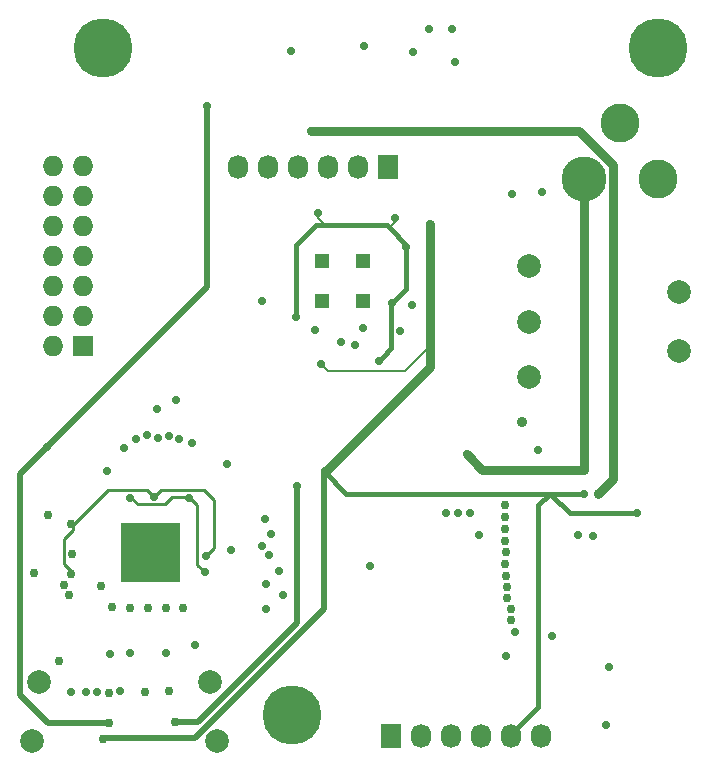
<source format=gbr>
G04 #@! TF.FileFunction,Copper,L3,Inr,Plane*
%FSLAX46Y46*%
G04 Gerber Fmt 4.6, Leading zero omitted, Abs format (unit mm)*
G04 Created by KiCad (PCBNEW (2015-04-17 BZR 5609)-product) date Fri 01 Apr 2016 01:29:39 PM CDT*
%MOMM*%
G01*
G04 APERTURE LIST*
%ADD10C,0.100000*%
%ADD11C,0.900000*%
%ADD12C,2.000000*%
%ADD13R,1.727200X1.727200*%
%ADD14O,1.727200X1.727200*%
%ADD15C,5.000000*%
%ADD16R,1.150000X1.150000*%
%ADD17C,3.800000*%
%ADD18C,3.300000*%
%ADD19R,1.660000X1.660000*%
%ADD20R,1.727200X2.032000*%
%ADD21O,1.727200X2.032000*%
%ADD22C,0.736600*%
%ADD23C,0.762000*%
%ADD24C,0.254000*%
%ADD25C,0.508000*%
%ADD26C,0.381000*%
%ADD27C,0.762000*%
%ADD28C,0.203200*%
%ADD29C,0.152400*%
G04 APERTURE END LIST*
D10*
D11*
X89291998Y-98655010D03*
D12*
X47742400Y-125687200D03*
X63442400Y-125687200D03*
X48342400Y-120737200D03*
X62842400Y-120737200D03*
D13*
X52110640Y-92290900D03*
D14*
X49570640Y-92290900D03*
X52110640Y-89750900D03*
X49570640Y-89750900D03*
X52110640Y-87210900D03*
X49570640Y-87210900D03*
X52110640Y-84670900D03*
X49570640Y-84670900D03*
X52110640Y-82130900D03*
X49570640Y-82130900D03*
X52110640Y-79590900D03*
X49570640Y-79590900D03*
X52110640Y-77050900D03*
X49570640Y-77050900D03*
D15*
X53797200Y-67005200D03*
X69800013Y-123500007D03*
X100787200Y-67005200D03*
D16*
X75768280Y-85030800D03*
X72318280Y-85030800D03*
X75768280Y-88480800D03*
X72318280Y-88480800D03*
D17*
X94540200Y-78143100D03*
D18*
X100790200Y-78143100D03*
X97540200Y-73343100D03*
D12*
X89834720Y-90192420D03*
X89834720Y-94892420D03*
X89834720Y-85492420D03*
X102534720Y-87688420D03*
X102534720Y-92696420D03*
D19*
X56170000Y-111377600D03*
X56170000Y-109717600D03*
X56170000Y-108057600D03*
X57830000Y-108057600D03*
X57830000Y-109717600D03*
X57830000Y-111377600D03*
X59490000Y-108057600D03*
X59490000Y-109717600D03*
X59490000Y-111377600D03*
D20*
X78180000Y-125260000D03*
D21*
X80720000Y-125260000D03*
X83260000Y-125260000D03*
X85800000Y-125260000D03*
X88340000Y-125260000D03*
X90880000Y-125260000D03*
D20*
X77876400Y-77063600D03*
D21*
X75336400Y-77063600D03*
X72796400Y-77063600D03*
X70256400Y-77063600D03*
X67716400Y-77063600D03*
X65176400Y-77063600D03*
D22*
X61569600Y-117551200D03*
D23*
X59385200Y-121462800D03*
X57302400Y-121513600D03*
X47955200Y-111506000D03*
X49098190Y-106527600D03*
D22*
X67840343Y-109976179D03*
X90593070Y-101055010D03*
X83300000Y-65390000D03*
X81407000Y-65405000D03*
X79950000Y-88790000D03*
X67259200Y-88450420D03*
X90932000Y-79248000D03*
X87900000Y-118490000D03*
X55591358Y-100892799D03*
X61350000Y-100436910D03*
X55185443Y-121503961D03*
X54396910Y-118364000D03*
X59091898Y-118231128D03*
X56086920Y-118247921D03*
D23*
X53594000Y-112572800D03*
X54289998Y-121610000D03*
D22*
X53300000Y-121574551D03*
X52300000Y-121574551D03*
X51050000Y-121574551D03*
D23*
X50088800Y-118922800D03*
X54576980Y-114382079D03*
X60580000Y-114462608D03*
X56080000Y-114462608D03*
X57585000Y-114462608D03*
X59080000Y-114465651D03*
D22*
X56080000Y-105093069D03*
X61080000Y-105093069D03*
X62410340Y-111414560D03*
D23*
X51096658Y-111577210D03*
X51104059Y-107357990D03*
D22*
X58080000Y-105016860D03*
X62466220Y-110045500D03*
X91805770Y-116840000D03*
X54073270Y-102801420D03*
X59921579Y-96827779D03*
X75100000Y-92140000D03*
D23*
X51155600Y-109857990D03*
X50444400Y-112522000D03*
X50888980Y-113331968D03*
X59842400Y-124104400D03*
D22*
X70210000Y-104090000D03*
D23*
X54320000Y-124190000D03*
D22*
X49050000Y-100840000D03*
X62600000Y-71940000D03*
D23*
X53771800Y-125501400D03*
D22*
X72590000Y-102860000D03*
X98983799Y-106428262D03*
X72263000Y-93751400D03*
X81450000Y-81940000D03*
X94475000Y-104765000D03*
X71350000Y-74040000D03*
D23*
X95675002Y-104790000D03*
D22*
X64272160Y-102247711D03*
X57460000Y-99760000D03*
X56610994Y-100103958D03*
D23*
X88302742Y-115481392D03*
X88290400Y-114553996D03*
D22*
X58450000Y-100088098D03*
D23*
X88009498Y-113589183D03*
D22*
X59328341Y-99836920D03*
D23*
X87971200Y-112674400D03*
D22*
X60181918Y-100136920D03*
D23*
X87864109Y-111722998D03*
D22*
X67500000Y-106940000D03*
D23*
X87846457Y-110745215D03*
D22*
X68040000Y-108176910D03*
D23*
X87867404Y-109718569D03*
D22*
X67242921Y-109217079D03*
D23*
X87849222Y-108758128D03*
D22*
X68710000Y-111326920D03*
D23*
X87847027Y-107744534D03*
D22*
X67560000Y-112443080D03*
D23*
X87846609Y-106745035D03*
D22*
X68991087Y-113339480D03*
D23*
X87844873Y-105747095D03*
D22*
X67550000Y-114538750D03*
X64617600Y-109554910D03*
X76418173Y-110846920D03*
X78251158Y-88638842D03*
X77150000Y-93540000D03*
X70078600Y-89839800D03*
X79450000Y-83890000D03*
X71950000Y-81040000D03*
X78500000Y-81440000D03*
X88400000Y-79390000D03*
D23*
X94495091Y-102723209D03*
D22*
X84600000Y-101440000D03*
X69700000Y-67290000D03*
X75900000Y-66890000D03*
X80000000Y-67340000D03*
X83550000Y-68240000D03*
X85577304Y-108219923D03*
X96340000Y-124380000D03*
X75800000Y-90740000D03*
X78881210Y-90952157D03*
X95275411Y-108341278D03*
X94009525Y-108263681D03*
X84836000Y-106426000D03*
X83820000Y-106426000D03*
X82804000Y-106426000D03*
X96620000Y-119420000D03*
X88650000Y-116440000D03*
X71729600Y-90932000D03*
X58318400Y-97586800D03*
X73905977Y-91946724D03*
D24*
X58991500Y-105676700D02*
X56739840Y-105676700D01*
X56739840Y-105676700D02*
X56080000Y-105016860D01*
X59651340Y-105016860D02*
X58991500Y-105676700D01*
X61080000Y-105016860D02*
X59651340Y-105016860D01*
X62410340Y-111414560D02*
X61772800Y-110777020D01*
X61772800Y-110777020D02*
X61772800Y-105709660D01*
X61772800Y-105709660D02*
X61080000Y-105016860D01*
X57787901Y-104724761D02*
X58080000Y-105016860D01*
X57508499Y-104445359D02*
X57787901Y-104724761D01*
X54177641Y-104445359D02*
X57508499Y-104445359D01*
X51231800Y-107391200D02*
X54177641Y-104445359D01*
X63169800Y-109341920D02*
X62466220Y-110045500D01*
X63169800Y-105283000D02*
X63169800Y-109341920D01*
X62332159Y-104445359D02*
X63169800Y-105283000D01*
X58651501Y-104445359D02*
X62332159Y-104445359D01*
X58080000Y-105016860D02*
X58651501Y-104445359D01*
X51231800Y-107804291D02*
X50469800Y-108566291D01*
X51231800Y-107391200D02*
X51231800Y-107804291D01*
X50469800Y-110741312D02*
X51216808Y-111488320D01*
X50469800Y-108566291D02*
X50469800Y-110741312D01*
D25*
X60121800Y-124104400D02*
X59842400Y-124104400D01*
X61798200Y-124104400D02*
X70190000Y-115712600D01*
X60121800Y-124104400D02*
X61798200Y-124104400D01*
X70190000Y-115712600D02*
X70190000Y-104465131D01*
X70190000Y-104465131D02*
X70190000Y-104070000D01*
X49022000Y-100838000D02*
X46736000Y-103124000D01*
X46736000Y-103124000D02*
X46736000Y-121786000D01*
X46736000Y-121786000D02*
X49140000Y-124190000D01*
X49140000Y-124190000D02*
X54320000Y-124190000D01*
D26*
X54320000Y-124190000D02*
X54340000Y-124210000D01*
D25*
X62611000Y-72009000D02*
X62611000Y-87249000D01*
X62611000Y-87279000D02*
X62611000Y-87249000D01*
X49050000Y-100840000D02*
X62611000Y-87279000D01*
X61579760Y-125478540D02*
X53794660Y-125478540D01*
X53794660Y-125478540D02*
X53771800Y-125501400D01*
D26*
X91643200Y-104749600D02*
X93322140Y-106428540D01*
X93322140Y-106428540D02*
X98983521Y-106428540D01*
X98983521Y-106428540D02*
X98983799Y-106428262D01*
D27*
X81432400Y-92227400D02*
X81432400Y-94030800D01*
X81432400Y-94030800D02*
X72542400Y-102920800D01*
X81432400Y-83007200D02*
X81432400Y-92227400D01*
D28*
X81432400Y-92227400D02*
X79476599Y-94183201D01*
X72694801Y-94183201D02*
X72546016Y-94034416D01*
X72546016Y-94034416D02*
X72266617Y-93755017D01*
D26*
X74371200Y-104749600D02*
X72542400Y-102920800D01*
X91643200Y-104749600D02*
X74371200Y-104749600D01*
D28*
X79324200Y-94335600D02*
X72847200Y-94335600D01*
X72847200Y-94335600D02*
X72694801Y-94183201D01*
X79476599Y-94183201D02*
X79324200Y-94335600D01*
X72266617Y-93755017D02*
X72847200Y-94335600D01*
D27*
X81445090Y-82994510D02*
X81445090Y-81923871D01*
X81432400Y-83007200D02*
X81445090Y-82994510D01*
D25*
X72519540Y-102943660D02*
X72542400Y-102920800D01*
X72519540Y-114538760D02*
X72519540Y-102943660D01*
X61579760Y-125478540D02*
X72519540Y-114538760D01*
D26*
X90638799Y-105754001D02*
X90638799Y-122808801D01*
X88340000Y-125107600D02*
X88340000Y-125260000D01*
X91643200Y-104749600D02*
X90638799Y-105754001D01*
X90638799Y-122808801D02*
X88340000Y-125107600D01*
D29*
X94459600Y-104749600D02*
X94475000Y-104765000D01*
D26*
X91643200Y-104749600D02*
X94459600Y-104749600D01*
D27*
X71374000Y-74066400D02*
X94064934Y-74066400D01*
X96973601Y-103491401D02*
X96056001Y-104409001D01*
X96056001Y-104409001D02*
X95675002Y-104790000D01*
X94064934Y-74066400D02*
X96973601Y-76975067D01*
X96973601Y-76975067D02*
X96973601Y-103491401D01*
D29*
X78170000Y-88710000D02*
X78210000Y-88670000D01*
X78210000Y-88670000D02*
X78200000Y-88680000D01*
X78230000Y-88570000D02*
X78200000Y-88600000D01*
X78200000Y-88600000D02*
X78200000Y-88680000D01*
D26*
X79451200Y-87428800D02*
X79451200Y-84316731D01*
X78200000Y-88680000D02*
X79451200Y-87428800D01*
X79451200Y-84316731D02*
X79451200Y-83921600D01*
X79451200Y-83667600D02*
X79451200Y-83921600D01*
X70078600Y-83743800D02*
X71780400Y-82042000D01*
X70078600Y-89839800D02*
X70078600Y-83743800D01*
X78170000Y-88710000D02*
X78170000Y-92467206D01*
X78170000Y-92467206D02*
X77444599Y-93192607D01*
X77444599Y-93192607D02*
X77165200Y-93472006D01*
D29*
X72604469Y-82042000D02*
X73289937Y-82042000D01*
X71983600Y-81421131D02*
X72604469Y-82042000D01*
X71983600Y-81026000D02*
X71983600Y-81421131D01*
D26*
X73289937Y-82042000D02*
X77825600Y-82042000D01*
X71780400Y-82042000D02*
X73289937Y-82042000D01*
D29*
X78092590Y-82170141D02*
X78092590Y-82308990D01*
X78486000Y-81776731D02*
X78092590Y-82170141D01*
X78486000Y-81381600D02*
X78486000Y-81776731D01*
D26*
X78092590Y-82308990D02*
X79451200Y-83667600D01*
X77825600Y-82042000D02*
X78092590Y-82308990D01*
D27*
X94540200Y-78143100D02*
X94540200Y-100471100D01*
X94540200Y-102678100D02*
X94513400Y-102704900D01*
X94540200Y-100471100D02*
X94540200Y-102678100D01*
X85883209Y-102723209D02*
X84600000Y-101440000D01*
X94495091Y-102723209D02*
X85883209Y-102723209D01*
M02*

</source>
